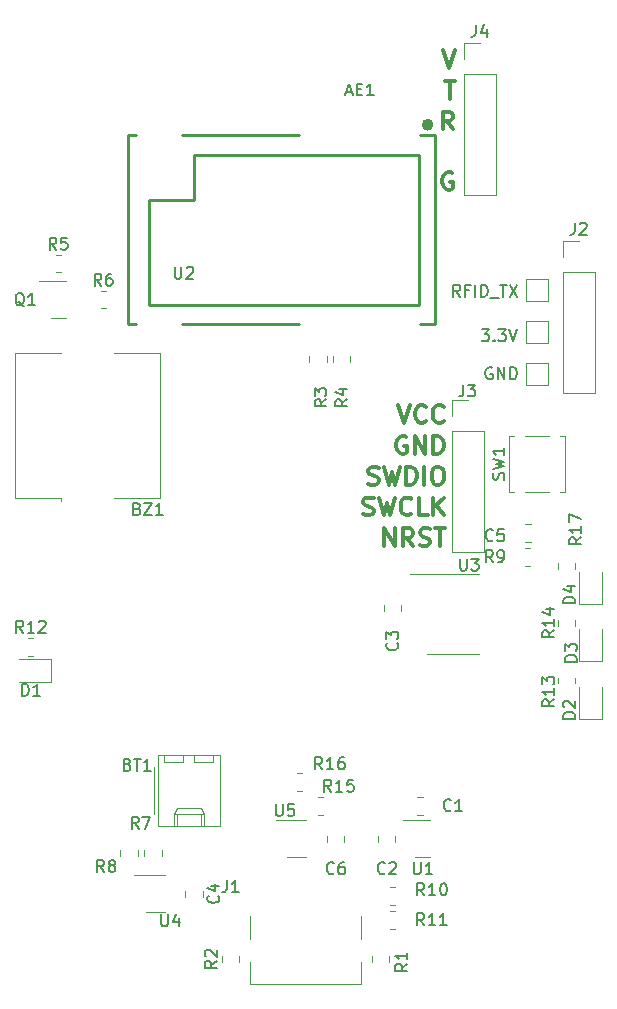
<source format=gbr>
%TF.GenerationSoftware,KiCad,Pcbnew,(6.0.4)*%
%TF.CreationDate,2022-04-29T23:06:03+08:00*%
%TF.ProjectId,RFID-mobileV_1_0,52464944-2d6d-46f6-9269-6c65565f315f,rev?*%
%TF.SameCoordinates,Original*%
%TF.FileFunction,Legend,Top*%
%TF.FilePolarity,Positive*%
%FSLAX46Y46*%
G04 Gerber Fmt 4.6, Leading zero omitted, Abs format (unit mm)*
G04 Created by KiCad (PCBNEW (6.0.4)) date 2022-04-29 23:06:03*
%MOMM*%
%LPD*%
G01*
G04 APERTURE LIST*
%ADD10C,0.300000*%
%ADD11C,0.150000*%
%ADD12C,0.120000*%
%ADD13C,0.254000*%
%ADD14C,0.500000*%
G04 APERTURE END LIST*
D10*
X101814286Y-101600000D02*
X101671429Y-101528571D01*
X101457143Y-101528571D01*
X101242857Y-101600000D01*
X101100000Y-101742857D01*
X101028571Y-101885714D01*
X100957143Y-102171428D01*
X100957143Y-102385714D01*
X101028571Y-102671428D01*
X101100000Y-102814285D01*
X101242857Y-102957142D01*
X101457143Y-103028571D01*
X101600000Y-103028571D01*
X101814286Y-102957142D01*
X101885714Y-102885714D01*
X101885714Y-102385714D01*
X101600000Y-102385714D01*
X101171428Y-93828571D02*
X102028571Y-93828571D01*
X101600000Y-95328571D02*
X101600000Y-93828571D01*
X101885714Y-97928571D02*
X101385714Y-97214285D01*
X101028571Y-97928571D02*
X101028571Y-96428571D01*
X101600000Y-96428571D01*
X101742857Y-96500000D01*
X101814286Y-96571428D01*
X101885714Y-96714285D01*
X101885714Y-96928571D01*
X101814286Y-97071428D01*
X101742857Y-97142857D01*
X101600000Y-97214285D01*
X101028571Y-97214285D01*
X101028572Y-91228571D02*
X101528572Y-92728571D01*
X102028572Y-91228571D01*
X97212142Y-121278571D02*
X97712142Y-122778571D01*
X98212142Y-121278571D01*
X99569285Y-122635714D02*
X99497857Y-122707142D01*
X99283571Y-122778571D01*
X99140714Y-122778571D01*
X98926428Y-122707142D01*
X98783571Y-122564285D01*
X98712142Y-122421428D01*
X98640714Y-122135714D01*
X98640714Y-121921428D01*
X98712142Y-121635714D01*
X98783571Y-121492857D01*
X98926428Y-121350000D01*
X99140714Y-121278571D01*
X99283571Y-121278571D01*
X99497857Y-121350000D01*
X99569285Y-121421428D01*
X101069285Y-122635714D02*
X100997857Y-122707142D01*
X100783571Y-122778571D01*
X100640714Y-122778571D01*
X100426428Y-122707142D01*
X100283571Y-122564285D01*
X100212142Y-122421428D01*
X100140714Y-122135714D01*
X100140714Y-121921428D01*
X100212142Y-121635714D01*
X100283571Y-121492857D01*
X100426428Y-121350000D01*
X100640714Y-121278571D01*
X100783571Y-121278571D01*
X100997857Y-121350000D01*
X101069285Y-121421428D01*
X97926428Y-123956250D02*
X97783571Y-123884821D01*
X97569285Y-123884821D01*
X97355000Y-123956250D01*
X97212142Y-124099107D01*
X97140714Y-124241964D01*
X97069285Y-124527678D01*
X97069285Y-124741964D01*
X97140714Y-125027678D01*
X97212142Y-125170535D01*
X97355000Y-125313392D01*
X97569285Y-125384821D01*
X97712142Y-125384821D01*
X97926428Y-125313392D01*
X97997857Y-125241964D01*
X97997857Y-124741964D01*
X97712142Y-124741964D01*
X98640714Y-125384821D02*
X98640714Y-123884821D01*
X99497857Y-125384821D01*
X99497857Y-123884821D01*
X100212142Y-125384821D02*
X100212142Y-123884821D01*
X100569285Y-123884821D01*
X100783571Y-123956250D01*
X100926428Y-124099107D01*
X100997857Y-124241964D01*
X101069285Y-124527678D01*
X101069285Y-124741964D01*
X100997857Y-125027678D01*
X100926428Y-125170535D01*
X100783571Y-125313392D01*
X100569285Y-125384821D01*
X100212142Y-125384821D01*
X94712142Y-127919642D02*
X94926428Y-127991071D01*
X95283571Y-127991071D01*
X95426428Y-127919642D01*
X95497857Y-127848214D01*
X95569285Y-127705357D01*
X95569285Y-127562500D01*
X95497857Y-127419642D01*
X95426428Y-127348214D01*
X95283571Y-127276785D01*
X94997857Y-127205357D01*
X94855000Y-127133928D01*
X94783571Y-127062500D01*
X94712142Y-126919642D01*
X94712142Y-126776785D01*
X94783571Y-126633928D01*
X94855000Y-126562500D01*
X94997857Y-126491071D01*
X95355000Y-126491071D01*
X95569285Y-126562500D01*
X96069285Y-126491071D02*
X96426428Y-127991071D01*
X96712142Y-126919642D01*
X96997857Y-127991071D01*
X97355000Y-126491071D01*
X97926428Y-127991071D02*
X97926428Y-126491071D01*
X98283571Y-126491071D01*
X98497857Y-126562500D01*
X98640714Y-126705357D01*
X98712142Y-126848214D01*
X98783571Y-127133928D01*
X98783571Y-127348214D01*
X98712142Y-127633928D01*
X98640714Y-127776785D01*
X98497857Y-127919642D01*
X98283571Y-127991071D01*
X97926428Y-127991071D01*
X99426428Y-127991071D02*
X99426428Y-126491071D01*
X100426428Y-126491071D02*
X100712142Y-126491071D01*
X100855000Y-126562500D01*
X100997857Y-126705357D01*
X101069285Y-126991071D01*
X101069285Y-127491071D01*
X100997857Y-127776785D01*
X100855000Y-127919642D01*
X100712142Y-127991071D01*
X100426428Y-127991071D01*
X100283571Y-127919642D01*
X100140714Y-127776785D01*
X100069285Y-127491071D01*
X100069285Y-126991071D01*
X100140714Y-126705357D01*
X100283571Y-126562500D01*
X100426428Y-126491071D01*
X94283571Y-130525892D02*
X94497857Y-130597321D01*
X94855000Y-130597321D01*
X94997857Y-130525892D01*
X95069285Y-130454464D01*
X95140714Y-130311607D01*
X95140714Y-130168750D01*
X95069285Y-130025892D01*
X94997857Y-129954464D01*
X94855000Y-129883035D01*
X94569285Y-129811607D01*
X94426428Y-129740178D01*
X94355000Y-129668750D01*
X94283571Y-129525892D01*
X94283571Y-129383035D01*
X94355000Y-129240178D01*
X94426428Y-129168750D01*
X94569285Y-129097321D01*
X94926428Y-129097321D01*
X95140714Y-129168750D01*
X95640714Y-129097321D02*
X95997857Y-130597321D01*
X96283571Y-129525892D01*
X96569285Y-130597321D01*
X96926428Y-129097321D01*
X98355000Y-130454464D02*
X98283571Y-130525892D01*
X98069285Y-130597321D01*
X97926428Y-130597321D01*
X97712142Y-130525892D01*
X97569285Y-130383035D01*
X97497857Y-130240178D01*
X97426428Y-129954464D01*
X97426428Y-129740178D01*
X97497857Y-129454464D01*
X97569285Y-129311607D01*
X97712142Y-129168750D01*
X97926428Y-129097321D01*
X98069285Y-129097321D01*
X98283571Y-129168750D01*
X98355000Y-129240178D01*
X99712142Y-130597321D02*
X98997857Y-130597321D01*
X98997857Y-129097321D01*
X100212142Y-130597321D02*
X100212142Y-129097321D01*
X101069285Y-130597321D02*
X100426428Y-129740178D01*
X101069285Y-129097321D02*
X100212142Y-129954464D01*
X96069285Y-133203571D02*
X96069285Y-131703571D01*
X96926428Y-133203571D01*
X96926428Y-131703571D01*
X98497857Y-133203571D02*
X97997857Y-132489285D01*
X97640714Y-133203571D02*
X97640714Y-131703571D01*
X98212142Y-131703571D01*
X98355000Y-131775000D01*
X98426428Y-131846428D01*
X98497857Y-131989285D01*
X98497857Y-132203571D01*
X98426428Y-132346428D01*
X98355000Y-132417857D01*
X98212142Y-132489285D01*
X97640714Y-132489285D01*
X99069285Y-133132142D02*
X99283571Y-133203571D01*
X99640714Y-133203571D01*
X99783571Y-133132142D01*
X99855000Y-133060714D01*
X99926428Y-132917857D01*
X99926428Y-132775000D01*
X99855000Y-132632142D01*
X99783571Y-132560714D01*
X99640714Y-132489285D01*
X99355000Y-132417857D01*
X99212142Y-132346428D01*
X99140714Y-132275000D01*
X99069285Y-132132142D01*
X99069285Y-131989285D01*
X99140714Y-131846428D01*
X99212142Y-131775000D01*
X99355000Y-131703571D01*
X99712142Y-131703571D01*
X99926428Y-131775000D01*
X100355000Y-131703571D02*
X101212142Y-131703571D01*
X100783571Y-133203571D02*
X100783571Y-131703571D01*
D11*
%TO.C,D1*%
X65380404Y-145866380D02*
X65380404Y-144866380D01*
X65618500Y-144866380D01*
X65761357Y-144914000D01*
X65856595Y-145009238D01*
X65904214Y-145104476D01*
X65951833Y-145294952D01*
X65951833Y-145437809D01*
X65904214Y-145628285D01*
X65856595Y-145723523D01*
X65761357Y-145818761D01*
X65618500Y-145866380D01*
X65380404Y-145866380D01*
X66904214Y-145866380D02*
X66332785Y-145866380D01*
X66618500Y-145866380D02*
X66618500Y-144866380D01*
X66523261Y-145009238D01*
X66428023Y-145104476D01*
X66332785Y-145152095D01*
%TO.C,R12*%
X65475642Y-140534380D02*
X65142309Y-140058190D01*
X64904214Y-140534380D02*
X64904214Y-139534380D01*
X65285166Y-139534380D01*
X65380404Y-139582000D01*
X65428023Y-139629619D01*
X65475642Y-139724857D01*
X65475642Y-139867714D01*
X65428023Y-139962952D01*
X65380404Y-140010571D01*
X65285166Y-140058190D01*
X64904214Y-140058190D01*
X66428023Y-140534380D02*
X65856595Y-140534380D01*
X66142309Y-140534380D02*
X66142309Y-139534380D01*
X66047071Y-139677238D01*
X65951833Y-139772476D01*
X65856595Y-139820095D01*
X66808976Y-139629619D02*
X66856595Y-139582000D01*
X66951833Y-139534380D01*
X67189928Y-139534380D01*
X67285166Y-139582000D01*
X67332785Y-139629619D01*
X67380404Y-139724857D01*
X67380404Y-139820095D01*
X67332785Y-139962952D01*
X66761357Y-140534380D01*
X67380404Y-140534380D01*
%TO.C,U1*%
X98552095Y-159980380D02*
X98552095Y-160789904D01*
X98599714Y-160885142D01*
X98647333Y-160932761D01*
X98742571Y-160980380D01*
X98933047Y-160980380D01*
X99028285Y-160932761D01*
X99075904Y-160885142D01*
X99123523Y-160789904D01*
X99123523Y-159980380D01*
X100123523Y-160980380D02*
X99552095Y-160980380D01*
X99837809Y-160980380D02*
X99837809Y-159980380D01*
X99742571Y-160123238D01*
X99647333Y-160218476D01*
X99552095Y-160266095D01*
%TO.C,R4*%
X92908380Y-120791266D02*
X92432190Y-121124600D01*
X92908380Y-121362695D02*
X91908380Y-121362695D01*
X91908380Y-120981742D01*
X91956000Y-120886504D01*
X92003619Y-120838885D01*
X92098857Y-120791266D01*
X92241714Y-120791266D01*
X92336952Y-120838885D01*
X92384571Y-120886504D01*
X92432190Y-120981742D01*
X92432190Y-121362695D01*
X92241714Y-119934123D02*
X92908380Y-119934123D01*
X91860761Y-120172219D02*
X92575047Y-120410314D01*
X92575047Y-119791266D01*
%TO.C,R14*%
X110434380Y-140342857D02*
X109958190Y-140676190D01*
X110434380Y-140914285D02*
X109434380Y-140914285D01*
X109434380Y-140533333D01*
X109482000Y-140438095D01*
X109529619Y-140390476D01*
X109624857Y-140342857D01*
X109767714Y-140342857D01*
X109862952Y-140390476D01*
X109910571Y-140438095D01*
X109958190Y-140533333D01*
X109958190Y-140914285D01*
X110434380Y-139390476D02*
X110434380Y-139961904D01*
X110434380Y-139676190D02*
X109434380Y-139676190D01*
X109577238Y-139771428D01*
X109672476Y-139866666D01*
X109720095Y-139961904D01*
X109767714Y-138533333D02*
X110434380Y-138533333D01*
X109386761Y-138771428D02*
X110101047Y-139009523D01*
X110101047Y-138390476D01*
%TO.C,R7*%
X75245933Y-157119580D02*
X74912600Y-156643390D01*
X74674504Y-157119580D02*
X74674504Y-156119580D01*
X75055457Y-156119580D01*
X75150695Y-156167200D01*
X75198314Y-156214819D01*
X75245933Y-156310057D01*
X75245933Y-156452914D01*
X75198314Y-156548152D01*
X75150695Y-156595771D01*
X75055457Y-156643390D01*
X74674504Y-156643390D01*
X75579266Y-156119580D02*
X76245933Y-156119580D01*
X75817361Y-157119580D01*
%TO.C,TP3*%
X105181495Y-118118000D02*
X105086257Y-118070380D01*
X104943400Y-118070380D01*
X104800542Y-118118000D01*
X104705304Y-118213238D01*
X104657685Y-118308476D01*
X104610066Y-118498952D01*
X104610066Y-118641809D01*
X104657685Y-118832285D01*
X104705304Y-118927523D01*
X104800542Y-119022761D01*
X104943400Y-119070380D01*
X105038638Y-119070380D01*
X105181495Y-119022761D01*
X105229114Y-118975142D01*
X105229114Y-118641809D01*
X105038638Y-118641809D01*
X105657685Y-119070380D02*
X105657685Y-118070380D01*
X106229114Y-119070380D01*
X106229114Y-118070380D01*
X106705304Y-119070380D02*
X106705304Y-118070380D01*
X106943400Y-118070380D01*
X107086257Y-118118000D01*
X107181495Y-118213238D01*
X107229114Y-118308476D01*
X107276733Y-118498952D01*
X107276733Y-118641809D01*
X107229114Y-118832285D01*
X107181495Y-118927523D01*
X107086257Y-119022761D01*
X106943400Y-119070380D01*
X106705304Y-119070380D01*
%TO.C,J1*%
X82724666Y-161504380D02*
X82724666Y-162218666D01*
X82677047Y-162361523D01*
X82581809Y-162456761D01*
X82438952Y-162504380D01*
X82343714Y-162504380D01*
X83724666Y-162504380D02*
X83153238Y-162504380D01*
X83438952Y-162504380D02*
X83438952Y-161504380D01*
X83343714Y-161647238D01*
X83248476Y-161742476D01*
X83153238Y-161790095D01*
%TO.C,R2*%
X81860380Y-168314666D02*
X81384190Y-168648000D01*
X81860380Y-168886095D02*
X80860380Y-168886095D01*
X80860380Y-168505142D01*
X80908000Y-168409904D01*
X80955619Y-168362285D01*
X81050857Y-168314666D01*
X81193714Y-168314666D01*
X81288952Y-168362285D01*
X81336571Y-168409904D01*
X81384190Y-168505142D01*
X81384190Y-168886095D01*
X80955619Y-167933714D02*
X80908000Y-167886095D01*
X80860380Y-167790857D01*
X80860380Y-167552761D01*
X80908000Y-167457523D01*
X80955619Y-167409904D01*
X81050857Y-167362285D01*
X81146095Y-167362285D01*
X81288952Y-167409904D01*
X81860380Y-167981333D01*
X81860380Y-167362285D01*
%TO.C,D4*%
X112212380Y-138050495D02*
X111212380Y-138050495D01*
X111212380Y-137812400D01*
X111260000Y-137669542D01*
X111355238Y-137574304D01*
X111450476Y-137526685D01*
X111640952Y-137479066D01*
X111783809Y-137479066D01*
X111974285Y-137526685D01*
X112069523Y-137574304D01*
X112164761Y-137669542D01*
X112212380Y-137812400D01*
X112212380Y-138050495D01*
X111545714Y-136621923D02*
X112212380Y-136621923D01*
X111164761Y-136860019D02*
X111879047Y-137098114D01*
X111879047Y-136479066D01*
%TO.C,SW1*%
X106170761Y-127571333D02*
X106218380Y-127428476D01*
X106218380Y-127190380D01*
X106170761Y-127095142D01*
X106123142Y-127047523D01*
X106027904Y-126999904D01*
X105932666Y-126999904D01*
X105837428Y-127047523D01*
X105789809Y-127095142D01*
X105742190Y-127190380D01*
X105694571Y-127380857D01*
X105646952Y-127476095D01*
X105599333Y-127523714D01*
X105504095Y-127571333D01*
X105408857Y-127571333D01*
X105313619Y-127523714D01*
X105266000Y-127476095D01*
X105218380Y-127380857D01*
X105218380Y-127142761D01*
X105266000Y-126999904D01*
X105218380Y-126666571D02*
X106218380Y-126428476D01*
X105504095Y-126238000D01*
X106218380Y-126047523D01*
X105218380Y-125809428D01*
X106218380Y-124904666D02*
X106218380Y-125476095D01*
X106218380Y-125190380D02*
X105218380Y-125190380D01*
X105361238Y-125285619D01*
X105456476Y-125380857D01*
X105504095Y-125476095D01*
%TO.C,R1*%
X97988380Y-168568666D02*
X97512190Y-168902000D01*
X97988380Y-169140095D02*
X96988380Y-169140095D01*
X96988380Y-168759142D01*
X97036000Y-168663904D01*
X97083619Y-168616285D01*
X97178857Y-168568666D01*
X97321714Y-168568666D01*
X97416952Y-168616285D01*
X97464571Y-168663904D01*
X97512190Y-168759142D01*
X97512190Y-169140095D01*
X97988380Y-167616285D02*
X97988380Y-168187714D01*
X97988380Y-167902000D02*
X96988380Y-167902000D01*
X97131238Y-167997238D01*
X97226476Y-168092476D01*
X97274095Y-168187714D01*
%TO.C,BZ1*%
X75141247Y-130040771D02*
X75284104Y-130088390D01*
X75331723Y-130136009D01*
X75379342Y-130231247D01*
X75379342Y-130374104D01*
X75331723Y-130469342D01*
X75284104Y-130516961D01*
X75188866Y-130564580D01*
X74807914Y-130564580D01*
X74807914Y-129564580D01*
X75141247Y-129564580D01*
X75236485Y-129612200D01*
X75284104Y-129659819D01*
X75331723Y-129755057D01*
X75331723Y-129850295D01*
X75284104Y-129945533D01*
X75236485Y-129993152D01*
X75141247Y-130040771D01*
X74807914Y-130040771D01*
X75712676Y-129564580D02*
X76379342Y-129564580D01*
X75712676Y-130564580D01*
X76379342Y-130564580D01*
X77284104Y-130564580D02*
X76712676Y-130564580D01*
X76998390Y-130564580D02*
X76998390Y-129564580D01*
X76903152Y-129707438D01*
X76807914Y-129802676D01*
X76712676Y-129850295D01*
%TO.C,U2*%
X78310095Y-109551380D02*
X78310095Y-110360904D01*
X78357714Y-110456142D01*
X78405333Y-110503761D01*
X78500571Y-110551380D01*
X78691047Y-110551380D01*
X78786285Y-110503761D01*
X78833904Y-110456142D01*
X78881523Y-110360904D01*
X78881523Y-109551380D01*
X79310095Y-109646619D02*
X79357714Y-109599000D01*
X79452952Y-109551380D01*
X79691047Y-109551380D01*
X79786285Y-109599000D01*
X79833904Y-109646619D01*
X79881523Y-109741857D01*
X79881523Y-109837095D01*
X79833904Y-109979952D01*
X79262476Y-110551380D01*
X79881523Y-110551380D01*
%TO.C,C5*%
X105243333Y-132691142D02*
X105195714Y-132738761D01*
X105052857Y-132786380D01*
X104957619Y-132786380D01*
X104814761Y-132738761D01*
X104719523Y-132643523D01*
X104671904Y-132548285D01*
X104624285Y-132357809D01*
X104624285Y-132214952D01*
X104671904Y-132024476D01*
X104719523Y-131929238D01*
X104814761Y-131834000D01*
X104957619Y-131786380D01*
X105052857Y-131786380D01*
X105195714Y-131834000D01*
X105243333Y-131881619D01*
X106148095Y-131786380D02*
X105671904Y-131786380D01*
X105624285Y-132262571D01*
X105671904Y-132214952D01*
X105767142Y-132167333D01*
X106005238Y-132167333D01*
X106100476Y-132214952D01*
X106148095Y-132262571D01*
X106195714Y-132357809D01*
X106195714Y-132595904D01*
X106148095Y-132691142D01*
X106100476Y-132738761D01*
X106005238Y-132786380D01*
X105767142Y-132786380D01*
X105671904Y-132738761D01*
X105624285Y-132691142D01*
%TO.C,R17*%
X112720380Y-132468857D02*
X112244190Y-132802190D01*
X112720380Y-133040285D02*
X111720380Y-133040285D01*
X111720380Y-132659333D01*
X111768000Y-132564095D01*
X111815619Y-132516476D01*
X111910857Y-132468857D01*
X112053714Y-132468857D01*
X112148952Y-132516476D01*
X112196571Y-132564095D01*
X112244190Y-132659333D01*
X112244190Y-133040285D01*
X112720380Y-131516476D02*
X112720380Y-132087904D01*
X112720380Y-131802190D02*
X111720380Y-131802190D01*
X111863238Y-131897428D01*
X111958476Y-131992666D01*
X112006095Y-132087904D01*
X111720380Y-131183142D02*
X111720380Y-130516476D01*
X112720380Y-130945047D01*
%TO.C,BT1*%
X74322085Y-151693571D02*
X74464942Y-151741190D01*
X74512561Y-151788809D01*
X74560180Y-151884047D01*
X74560180Y-152026904D01*
X74512561Y-152122142D01*
X74464942Y-152169761D01*
X74369704Y-152217380D01*
X73988752Y-152217380D01*
X73988752Y-151217380D01*
X74322085Y-151217380D01*
X74417323Y-151265000D01*
X74464942Y-151312619D01*
X74512561Y-151407857D01*
X74512561Y-151503095D01*
X74464942Y-151598333D01*
X74417323Y-151645952D01*
X74322085Y-151693571D01*
X73988752Y-151693571D01*
X74845895Y-151217380D02*
X75417323Y-151217380D01*
X75131609Y-152217380D02*
X75131609Y-151217380D01*
X76274466Y-152217380D02*
X75703038Y-152217380D01*
X75988752Y-152217380D02*
X75988752Y-151217380D01*
X75893514Y-151360238D01*
X75798276Y-151455476D01*
X75703038Y-151503095D01*
%TO.C,R3*%
X91155780Y-120791266D02*
X90679590Y-121124600D01*
X91155780Y-121362695D02*
X90155780Y-121362695D01*
X90155780Y-120981742D01*
X90203400Y-120886504D01*
X90251019Y-120838885D01*
X90346257Y-120791266D01*
X90489114Y-120791266D01*
X90584352Y-120838885D01*
X90631971Y-120886504D01*
X90679590Y-120981742D01*
X90679590Y-121362695D01*
X90155780Y-120457933D02*
X90155780Y-119838885D01*
X90536733Y-120172219D01*
X90536733Y-120029361D01*
X90584352Y-119934123D01*
X90631971Y-119886504D01*
X90727209Y-119838885D01*
X90965304Y-119838885D01*
X91060542Y-119886504D01*
X91108161Y-119934123D01*
X91155780Y-120029361D01*
X91155780Y-120315076D01*
X91108161Y-120410314D01*
X91060542Y-120457933D01*
%TO.C,J3*%
X102741666Y-119527380D02*
X102741666Y-120241666D01*
X102694047Y-120384523D01*
X102598809Y-120479761D01*
X102455952Y-120527380D01*
X102360714Y-120527380D01*
X103122619Y-119527380D02*
X103741666Y-119527380D01*
X103408333Y-119908333D01*
X103551190Y-119908333D01*
X103646428Y-119955952D01*
X103694047Y-120003571D01*
X103741666Y-120098809D01*
X103741666Y-120336904D01*
X103694047Y-120432142D01*
X103646428Y-120479761D01*
X103551190Y-120527380D01*
X103265476Y-120527380D01*
X103170238Y-120479761D01*
X103122619Y-120432142D01*
%TO.C,R9*%
X105243333Y-134564380D02*
X104910000Y-134088190D01*
X104671904Y-134564380D02*
X104671904Y-133564380D01*
X105052857Y-133564380D01*
X105148095Y-133612000D01*
X105195714Y-133659619D01*
X105243333Y-133754857D01*
X105243333Y-133897714D01*
X105195714Y-133992952D01*
X105148095Y-134040571D01*
X105052857Y-134088190D01*
X104671904Y-134088190D01*
X105719523Y-134564380D02*
X105910000Y-134564380D01*
X106005238Y-134516761D01*
X106052857Y-134469142D01*
X106148095Y-134326285D01*
X106195714Y-134135809D01*
X106195714Y-133754857D01*
X106148095Y-133659619D01*
X106100476Y-133612000D01*
X106005238Y-133564380D01*
X105814761Y-133564380D01*
X105719523Y-133612000D01*
X105671904Y-133659619D01*
X105624285Y-133754857D01*
X105624285Y-133992952D01*
X105671904Y-134088190D01*
X105719523Y-134135809D01*
X105814761Y-134183428D01*
X106005238Y-134183428D01*
X106100476Y-134135809D01*
X106148095Y-134088190D01*
X106195714Y-133992952D01*
%TO.C,R5*%
X68288233Y-108098580D02*
X67954900Y-107622390D01*
X67716804Y-108098580D02*
X67716804Y-107098580D01*
X68097757Y-107098580D01*
X68192995Y-107146200D01*
X68240614Y-107193819D01*
X68288233Y-107289057D01*
X68288233Y-107431914D01*
X68240614Y-107527152D01*
X68192995Y-107574771D01*
X68097757Y-107622390D01*
X67716804Y-107622390D01*
X69192995Y-107098580D02*
X68716804Y-107098580D01*
X68669185Y-107574771D01*
X68716804Y-107527152D01*
X68812042Y-107479533D01*
X69050138Y-107479533D01*
X69145376Y-107527152D01*
X69192995Y-107574771D01*
X69240614Y-107670009D01*
X69240614Y-107908104D01*
X69192995Y-108003342D01*
X69145376Y-108050961D01*
X69050138Y-108098580D01*
X68812042Y-108098580D01*
X68716804Y-108050961D01*
X68669185Y-108003342D01*
%TO.C,R11*%
X99433142Y-165298380D02*
X99099809Y-164822190D01*
X98861714Y-165298380D02*
X98861714Y-164298380D01*
X99242666Y-164298380D01*
X99337904Y-164346000D01*
X99385523Y-164393619D01*
X99433142Y-164488857D01*
X99433142Y-164631714D01*
X99385523Y-164726952D01*
X99337904Y-164774571D01*
X99242666Y-164822190D01*
X98861714Y-164822190D01*
X100385523Y-165298380D02*
X99814095Y-165298380D01*
X100099809Y-165298380D02*
X100099809Y-164298380D01*
X100004571Y-164441238D01*
X99909333Y-164536476D01*
X99814095Y-164584095D01*
X101337904Y-165298380D02*
X100766476Y-165298380D01*
X101052190Y-165298380D02*
X101052190Y-164298380D01*
X100956952Y-164441238D01*
X100861714Y-164536476D01*
X100766476Y-164584095D01*
%TO.C,R8*%
X72324933Y-160777180D02*
X71991600Y-160300990D01*
X71753504Y-160777180D02*
X71753504Y-159777180D01*
X72134457Y-159777180D01*
X72229695Y-159824800D01*
X72277314Y-159872419D01*
X72324933Y-159967657D01*
X72324933Y-160110514D01*
X72277314Y-160205752D01*
X72229695Y-160253371D01*
X72134457Y-160300990D01*
X71753504Y-160300990D01*
X72896361Y-160205752D02*
X72801123Y-160158133D01*
X72753504Y-160110514D01*
X72705885Y-160015276D01*
X72705885Y-159967657D01*
X72753504Y-159872419D01*
X72801123Y-159824800D01*
X72896361Y-159777180D01*
X73086838Y-159777180D01*
X73182076Y-159824800D01*
X73229695Y-159872419D01*
X73277314Y-159967657D01*
X73277314Y-160015276D01*
X73229695Y-160110514D01*
X73182076Y-160158133D01*
X73086838Y-160205752D01*
X72896361Y-160205752D01*
X72801123Y-160253371D01*
X72753504Y-160300990D01*
X72705885Y-160396228D01*
X72705885Y-160586704D01*
X72753504Y-160681942D01*
X72801123Y-160729561D01*
X72896361Y-160777180D01*
X73086838Y-160777180D01*
X73182076Y-160729561D01*
X73229695Y-160681942D01*
X73277314Y-160586704D01*
X73277314Y-160396228D01*
X73229695Y-160300990D01*
X73182076Y-160253371D01*
X73086838Y-160205752D01*
%TO.C,Q1*%
X65565661Y-112891819D02*
X65470423Y-112844200D01*
X65375185Y-112748961D01*
X65232328Y-112606104D01*
X65137090Y-112558485D01*
X65041852Y-112558485D01*
X65089471Y-112796580D02*
X64994233Y-112748961D01*
X64898995Y-112653723D01*
X64851376Y-112463247D01*
X64851376Y-112129914D01*
X64898995Y-111939438D01*
X64994233Y-111844200D01*
X65089471Y-111796580D01*
X65279947Y-111796580D01*
X65375185Y-111844200D01*
X65470423Y-111939438D01*
X65518042Y-112129914D01*
X65518042Y-112463247D01*
X65470423Y-112653723D01*
X65375185Y-112748961D01*
X65279947Y-112796580D01*
X65089471Y-112796580D01*
X66470423Y-112796580D02*
X65898995Y-112796580D01*
X66184709Y-112796580D02*
X66184709Y-111796580D01*
X66089471Y-111939438D01*
X65994233Y-112034676D01*
X65898995Y-112082295D01*
%TO.C,R15*%
X91559142Y-153996380D02*
X91225809Y-153520190D01*
X90987714Y-153996380D02*
X90987714Y-152996380D01*
X91368666Y-152996380D01*
X91463904Y-153044000D01*
X91511523Y-153091619D01*
X91559142Y-153186857D01*
X91559142Y-153329714D01*
X91511523Y-153424952D01*
X91463904Y-153472571D01*
X91368666Y-153520190D01*
X90987714Y-153520190D01*
X92511523Y-153996380D02*
X91940095Y-153996380D01*
X92225809Y-153996380D02*
X92225809Y-152996380D01*
X92130571Y-153139238D01*
X92035333Y-153234476D01*
X91940095Y-153282095D01*
X93416285Y-152996380D02*
X92940095Y-152996380D01*
X92892476Y-153472571D01*
X92940095Y-153424952D01*
X93035333Y-153377333D01*
X93273428Y-153377333D01*
X93368666Y-153424952D01*
X93416285Y-153472571D01*
X93463904Y-153567809D01*
X93463904Y-153805904D01*
X93416285Y-153901142D01*
X93368666Y-153948761D01*
X93273428Y-153996380D01*
X93035333Y-153996380D01*
X92940095Y-153948761D01*
X92892476Y-153901142D01*
%TO.C,R16*%
X90797142Y-152090380D02*
X90463809Y-151614190D01*
X90225714Y-152090380D02*
X90225714Y-151090380D01*
X90606666Y-151090380D01*
X90701904Y-151138000D01*
X90749523Y-151185619D01*
X90797142Y-151280857D01*
X90797142Y-151423714D01*
X90749523Y-151518952D01*
X90701904Y-151566571D01*
X90606666Y-151614190D01*
X90225714Y-151614190D01*
X91749523Y-152090380D02*
X91178095Y-152090380D01*
X91463809Y-152090380D02*
X91463809Y-151090380D01*
X91368571Y-151233238D01*
X91273333Y-151328476D01*
X91178095Y-151376095D01*
X92606666Y-151090380D02*
X92416190Y-151090380D01*
X92320952Y-151138000D01*
X92273333Y-151185619D01*
X92178095Y-151328476D01*
X92130476Y-151518952D01*
X92130476Y-151899904D01*
X92178095Y-151995142D01*
X92225714Y-152042761D01*
X92320952Y-152090380D01*
X92511428Y-152090380D01*
X92606666Y-152042761D01*
X92654285Y-151995142D01*
X92701904Y-151899904D01*
X92701904Y-151661809D01*
X92654285Y-151566571D01*
X92606666Y-151518952D01*
X92511428Y-151471333D01*
X92320952Y-151471333D01*
X92225714Y-151518952D01*
X92178095Y-151566571D01*
X92130476Y-151661809D01*
%TO.C,TP2*%
X104289409Y-114844580D02*
X104908457Y-114844580D01*
X104575123Y-115225533D01*
X104717980Y-115225533D01*
X104813219Y-115273152D01*
X104860838Y-115320771D01*
X104908457Y-115416009D01*
X104908457Y-115654104D01*
X104860838Y-115749342D01*
X104813219Y-115796961D01*
X104717980Y-115844580D01*
X104432266Y-115844580D01*
X104337028Y-115796961D01*
X104289409Y-115749342D01*
X105337028Y-115749342D02*
X105384647Y-115796961D01*
X105337028Y-115844580D01*
X105289409Y-115796961D01*
X105337028Y-115749342D01*
X105337028Y-115844580D01*
X105717980Y-114844580D02*
X106337028Y-114844580D01*
X106003695Y-115225533D01*
X106146552Y-115225533D01*
X106241790Y-115273152D01*
X106289409Y-115320771D01*
X106337028Y-115416009D01*
X106337028Y-115654104D01*
X106289409Y-115749342D01*
X106241790Y-115796961D01*
X106146552Y-115844580D01*
X105860838Y-115844580D01*
X105765600Y-115796961D01*
X105717980Y-115749342D01*
X106622742Y-114844580D02*
X106956076Y-115844580D01*
X107289409Y-114844580D01*
%TO.C,TP1*%
X102471500Y-112085380D02*
X102138166Y-111609190D01*
X101900071Y-112085380D02*
X101900071Y-111085380D01*
X102281023Y-111085380D01*
X102376261Y-111133000D01*
X102423880Y-111180619D01*
X102471500Y-111275857D01*
X102471500Y-111418714D01*
X102423880Y-111513952D01*
X102376261Y-111561571D01*
X102281023Y-111609190D01*
X101900071Y-111609190D01*
X103233404Y-111561571D02*
X102900071Y-111561571D01*
X102900071Y-112085380D02*
X102900071Y-111085380D01*
X103376261Y-111085380D01*
X103757214Y-112085380D02*
X103757214Y-111085380D01*
X104233404Y-112085380D02*
X104233404Y-111085380D01*
X104471500Y-111085380D01*
X104614357Y-111133000D01*
X104709595Y-111228238D01*
X104757214Y-111323476D01*
X104804833Y-111513952D01*
X104804833Y-111656809D01*
X104757214Y-111847285D01*
X104709595Y-111942523D01*
X104614357Y-112037761D01*
X104471500Y-112085380D01*
X104233404Y-112085380D01*
X104995309Y-112180619D02*
X105757214Y-112180619D01*
X105852452Y-111085380D02*
X106423880Y-111085380D01*
X106138166Y-112085380D02*
X106138166Y-111085380D01*
X106661976Y-111085380D02*
X107328642Y-112085380D01*
X107328642Y-111085380D02*
X106661976Y-112085380D01*
%TO.C,C4*%
X81988042Y-162802866D02*
X82035661Y-162850485D01*
X82083280Y-162993342D01*
X82083280Y-163088580D01*
X82035661Y-163231438D01*
X81940423Y-163326676D01*
X81845185Y-163374295D01*
X81654709Y-163421914D01*
X81511852Y-163421914D01*
X81321376Y-163374295D01*
X81226138Y-163326676D01*
X81130900Y-163231438D01*
X81083280Y-163088580D01*
X81083280Y-162993342D01*
X81130900Y-162850485D01*
X81178519Y-162802866D01*
X81416614Y-161945723D02*
X82083280Y-161945723D01*
X81035661Y-162183819D02*
X81749947Y-162421914D01*
X81749947Y-161802866D01*
%TO.C,U4*%
X77156995Y-164374580D02*
X77156995Y-165184104D01*
X77204614Y-165279342D01*
X77252233Y-165326961D01*
X77347471Y-165374580D01*
X77537947Y-165374580D01*
X77633185Y-165326961D01*
X77680804Y-165279342D01*
X77728423Y-165184104D01*
X77728423Y-164374580D01*
X78633185Y-164707914D02*
X78633185Y-165374580D01*
X78395090Y-164326961D02*
X78156995Y-165041247D01*
X78776042Y-165041247D01*
%TO.C,C2*%
X96099333Y-160885142D02*
X96051714Y-160932761D01*
X95908857Y-160980380D01*
X95813619Y-160980380D01*
X95670761Y-160932761D01*
X95575523Y-160837523D01*
X95527904Y-160742285D01*
X95480285Y-160551809D01*
X95480285Y-160408952D01*
X95527904Y-160218476D01*
X95575523Y-160123238D01*
X95670761Y-160028000D01*
X95813619Y-159980380D01*
X95908857Y-159980380D01*
X96051714Y-160028000D01*
X96099333Y-160075619D01*
X96480285Y-160075619D02*
X96527904Y-160028000D01*
X96623142Y-159980380D01*
X96861238Y-159980380D01*
X96956476Y-160028000D01*
X97004095Y-160075619D01*
X97051714Y-160170857D01*
X97051714Y-160266095D01*
X97004095Y-160408952D01*
X96432666Y-160980380D01*
X97051714Y-160980380D01*
%TO.C,R13*%
X110434380Y-146184857D02*
X109958190Y-146518190D01*
X110434380Y-146756285D02*
X109434380Y-146756285D01*
X109434380Y-146375333D01*
X109482000Y-146280095D01*
X109529619Y-146232476D01*
X109624857Y-146184857D01*
X109767714Y-146184857D01*
X109862952Y-146232476D01*
X109910571Y-146280095D01*
X109958190Y-146375333D01*
X109958190Y-146756285D01*
X110434380Y-145232476D02*
X110434380Y-145803904D01*
X110434380Y-145518190D02*
X109434380Y-145518190D01*
X109577238Y-145613428D01*
X109672476Y-145708666D01*
X109720095Y-145803904D01*
X109434380Y-144899142D02*
X109434380Y-144280095D01*
X109815333Y-144613428D01*
X109815333Y-144470571D01*
X109862952Y-144375333D01*
X109910571Y-144327714D01*
X110005809Y-144280095D01*
X110243904Y-144280095D01*
X110339142Y-144327714D01*
X110386761Y-144375333D01*
X110434380Y-144470571D01*
X110434380Y-144756285D01*
X110386761Y-144851523D01*
X110339142Y-144899142D01*
%TO.C,R10*%
X99433142Y-162758380D02*
X99099809Y-162282190D01*
X98861714Y-162758380D02*
X98861714Y-161758380D01*
X99242666Y-161758380D01*
X99337904Y-161806000D01*
X99385523Y-161853619D01*
X99433142Y-161948857D01*
X99433142Y-162091714D01*
X99385523Y-162186952D01*
X99337904Y-162234571D01*
X99242666Y-162282190D01*
X98861714Y-162282190D01*
X100385523Y-162758380D02*
X99814095Y-162758380D01*
X100099809Y-162758380D02*
X100099809Y-161758380D01*
X100004571Y-161901238D01*
X99909333Y-161996476D01*
X99814095Y-162044095D01*
X101004571Y-161758380D02*
X101099809Y-161758380D01*
X101195047Y-161806000D01*
X101242666Y-161853619D01*
X101290285Y-161948857D01*
X101337904Y-162139333D01*
X101337904Y-162377428D01*
X101290285Y-162567904D01*
X101242666Y-162663142D01*
X101195047Y-162710761D01*
X101099809Y-162758380D01*
X101004571Y-162758380D01*
X100909333Y-162710761D01*
X100861714Y-162663142D01*
X100814095Y-162567904D01*
X100766476Y-162377428D01*
X100766476Y-162139333D01*
X100814095Y-161948857D01*
X100861714Y-161853619D01*
X100909333Y-161806000D01*
X101004571Y-161758380D01*
%TO.C,U5*%
X86868095Y-155040380D02*
X86868095Y-155849904D01*
X86915714Y-155945142D01*
X86963333Y-155992761D01*
X87058571Y-156040380D01*
X87249047Y-156040380D01*
X87344285Y-155992761D01*
X87391904Y-155945142D01*
X87439523Y-155849904D01*
X87439523Y-155040380D01*
X88391904Y-155040380D02*
X87915714Y-155040380D01*
X87868095Y-155516571D01*
X87915714Y-155468952D01*
X88010952Y-155421333D01*
X88249047Y-155421333D01*
X88344285Y-155468952D01*
X88391904Y-155516571D01*
X88439523Y-155611809D01*
X88439523Y-155849904D01*
X88391904Y-155945142D01*
X88344285Y-155992761D01*
X88249047Y-156040380D01*
X88010952Y-156040380D01*
X87915714Y-155992761D01*
X87868095Y-155945142D01*
%TO.C,J4*%
X103806666Y-89070380D02*
X103806666Y-89784666D01*
X103759047Y-89927523D01*
X103663809Y-90022761D01*
X103520952Y-90070380D01*
X103425714Y-90070380D01*
X104711428Y-89403714D02*
X104711428Y-90070380D01*
X104473333Y-89022761D02*
X104235238Y-89737047D01*
X104854285Y-89737047D01*
%TO.C,R6*%
X72098233Y-111146580D02*
X71764900Y-110670390D01*
X71526804Y-111146580D02*
X71526804Y-110146580D01*
X71907757Y-110146580D01*
X72002995Y-110194200D01*
X72050614Y-110241819D01*
X72098233Y-110337057D01*
X72098233Y-110479914D01*
X72050614Y-110575152D01*
X72002995Y-110622771D01*
X71907757Y-110670390D01*
X71526804Y-110670390D01*
X72955376Y-110146580D02*
X72764900Y-110146580D01*
X72669661Y-110194200D01*
X72622042Y-110241819D01*
X72526804Y-110384676D01*
X72479185Y-110575152D01*
X72479185Y-110956104D01*
X72526804Y-111051342D01*
X72574423Y-111098961D01*
X72669661Y-111146580D01*
X72860138Y-111146580D01*
X72955376Y-111098961D01*
X73002995Y-111051342D01*
X73050614Y-110956104D01*
X73050614Y-110718009D01*
X73002995Y-110622771D01*
X72955376Y-110575152D01*
X72860138Y-110527533D01*
X72669661Y-110527533D01*
X72574423Y-110575152D01*
X72526804Y-110622771D01*
X72479185Y-110718009D01*
%TO.C,AE1*%
X92813333Y-94756266D02*
X93289523Y-94756266D01*
X92718095Y-95041980D02*
X93051428Y-94041980D01*
X93384761Y-95041980D01*
X93718095Y-94518171D02*
X94051428Y-94518171D01*
X94194285Y-95041980D02*
X93718095Y-95041980D01*
X93718095Y-94041980D01*
X94194285Y-94041980D01*
X95146666Y-95041980D02*
X94575238Y-95041980D01*
X94860952Y-95041980D02*
X94860952Y-94041980D01*
X94765714Y-94184838D01*
X94670476Y-94280076D01*
X94575238Y-94327695D01*
%TO.C,J2*%
X112188666Y-105839380D02*
X112188666Y-106553666D01*
X112141047Y-106696523D01*
X112045809Y-106791761D01*
X111902952Y-106839380D01*
X111807714Y-106839380D01*
X112617238Y-105934619D02*
X112664857Y-105887000D01*
X112760095Y-105839380D01*
X112998190Y-105839380D01*
X113093428Y-105887000D01*
X113141047Y-105934619D01*
X113188666Y-106029857D01*
X113188666Y-106125095D01*
X113141047Y-106267952D01*
X112569619Y-106839380D01*
X113188666Y-106839380D01*
%TO.C,U3*%
X102463095Y-134277380D02*
X102463095Y-135086904D01*
X102510714Y-135182142D01*
X102558333Y-135229761D01*
X102653571Y-135277380D01*
X102844047Y-135277380D01*
X102939285Y-135229761D01*
X102986904Y-135182142D01*
X103034523Y-135086904D01*
X103034523Y-134277380D01*
X103415476Y-134277380D02*
X104034523Y-134277380D01*
X103701190Y-134658333D01*
X103844047Y-134658333D01*
X103939285Y-134705952D01*
X103986904Y-134753571D01*
X104034523Y-134848809D01*
X104034523Y-135086904D01*
X103986904Y-135182142D01*
X103939285Y-135229761D01*
X103844047Y-135277380D01*
X103558333Y-135277380D01*
X103463095Y-135229761D01*
X103415476Y-135182142D01*
%TO.C,D3*%
X112340380Y-142978095D02*
X111340380Y-142978095D01*
X111340380Y-142740000D01*
X111388000Y-142597142D01*
X111483238Y-142501904D01*
X111578476Y-142454285D01*
X111768952Y-142406666D01*
X111911809Y-142406666D01*
X112102285Y-142454285D01*
X112197523Y-142501904D01*
X112292761Y-142597142D01*
X112340380Y-142740000D01*
X112340380Y-142978095D01*
X111340380Y-142073333D02*
X111340380Y-141454285D01*
X111721333Y-141787619D01*
X111721333Y-141644761D01*
X111768952Y-141549523D01*
X111816571Y-141501904D01*
X111911809Y-141454285D01*
X112149904Y-141454285D01*
X112245142Y-141501904D01*
X112292761Y-141549523D01*
X112340380Y-141644761D01*
X112340380Y-141930476D01*
X112292761Y-142025714D01*
X112245142Y-142073333D01*
%TO.C,C6*%
X91781333Y-160885142D02*
X91733714Y-160932761D01*
X91590857Y-160980380D01*
X91495619Y-160980380D01*
X91352761Y-160932761D01*
X91257523Y-160837523D01*
X91209904Y-160742285D01*
X91162285Y-160551809D01*
X91162285Y-160408952D01*
X91209904Y-160218476D01*
X91257523Y-160123238D01*
X91352761Y-160028000D01*
X91495619Y-159980380D01*
X91590857Y-159980380D01*
X91733714Y-160028000D01*
X91781333Y-160075619D01*
X92638476Y-159980380D02*
X92448000Y-159980380D01*
X92352761Y-160028000D01*
X92305142Y-160075619D01*
X92209904Y-160218476D01*
X92162285Y-160408952D01*
X92162285Y-160789904D01*
X92209904Y-160885142D01*
X92257523Y-160932761D01*
X92352761Y-160980380D01*
X92543238Y-160980380D01*
X92638476Y-160932761D01*
X92686095Y-160885142D01*
X92733714Y-160789904D01*
X92733714Y-160551809D01*
X92686095Y-160456571D01*
X92638476Y-160408952D01*
X92543238Y-160361333D01*
X92352761Y-160361333D01*
X92257523Y-160408952D01*
X92209904Y-160456571D01*
X92162285Y-160551809D01*
%TO.C,D2*%
X112212380Y-147804095D02*
X111212380Y-147804095D01*
X111212380Y-147566000D01*
X111260000Y-147423142D01*
X111355238Y-147327904D01*
X111450476Y-147280285D01*
X111640952Y-147232666D01*
X111783809Y-147232666D01*
X111974285Y-147280285D01*
X112069523Y-147327904D01*
X112164761Y-147423142D01*
X112212380Y-147566000D01*
X112212380Y-147804095D01*
X111307619Y-146851714D02*
X111260000Y-146804095D01*
X111212380Y-146708857D01*
X111212380Y-146470761D01*
X111260000Y-146375523D01*
X111307619Y-146327904D01*
X111402857Y-146280285D01*
X111498095Y-146280285D01*
X111640952Y-146327904D01*
X112212380Y-146899333D01*
X112212380Y-146280285D01*
%TO.C,C3*%
X97131142Y-141390666D02*
X97178761Y-141438285D01*
X97226380Y-141581142D01*
X97226380Y-141676380D01*
X97178761Y-141819238D01*
X97083523Y-141914476D01*
X96988285Y-141962095D01*
X96797809Y-142009714D01*
X96654952Y-142009714D01*
X96464476Y-141962095D01*
X96369238Y-141914476D01*
X96274000Y-141819238D01*
X96226380Y-141676380D01*
X96226380Y-141581142D01*
X96274000Y-141438285D01*
X96321619Y-141390666D01*
X96226380Y-141057333D02*
X96226380Y-140438285D01*
X96607333Y-140771619D01*
X96607333Y-140628761D01*
X96654952Y-140533523D01*
X96702571Y-140485904D01*
X96797809Y-140438285D01*
X97035904Y-140438285D01*
X97131142Y-140485904D01*
X97178761Y-140533523D01*
X97226380Y-140628761D01*
X97226380Y-140914476D01*
X97178761Y-141009714D01*
X97131142Y-141057333D01*
%TO.C,C1*%
X101687333Y-155551142D02*
X101639714Y-155598761D01*
X101496857Y-155646380D01*
X101401619Y-155646380D01*
X101258761Y-155598761D01*
X101163523Y-155503523D01*
X101115904Y-155408285D01*
X101068285Y-155217809D01*
X101068285Y-155074952D01*
X101115904Y-154884476D01*
X101163523Y-154789238D01*
X101258761Y-154694000D01*
X101401619Y-154646380D01*
X101496857Y-154646380D01*
X101639714Y-154694000D01*
X101687333Y-154741619D01*
X102639714Y-155646380D02*
X102068285Y-155646380D01*
X102354000Y-155646380D02*
X102354000Y-154646380D01*
X102258761Y-154789238D01*
X102163523Y-154884476D01*
X102068285Y-154932095D01*
D12*
%TO.C,D1*%
X67803500Y-144724000D02*
X67803500Y-142804000D01*
X65118500Y-144724000D02*
X67803500Y-144724000D01*
X67803500Y-142804000D02*
X65118500Y-142804000D01*
%TO.C,R12*%
X65891436Y-140997000D02*
X66345564Y-140997000D01*
X65891436Y-142467000D02*
X66345564Y-142467000D01*
%TO.C,U1*%
X99314000Y-159548000D02*
X99964000Y-159548000D01*
X99314000Y-159548000D02*
X98664000Y-159548000D01*
X99314000Y-156428000D02*
X97639000Y-156428000D01*
X99314000Y-156428000D02*
X99964000Y-156428000D01*
%TO.C,R4*%
X91721000Y-117600464D02*
X91721000Y-117146336D01*
X93191000Y-117600464D02*
X93191000Y-117146336D01*
%TO.C,R14*%
X112241000Y-139472936D02*
X112241000Y-139927064D01*
X110771000Y-139472936D02*
X110771000Y-139927064D01*
%TO.C,R7*%
X77214400Y-158956636D02*
X77214400Y-159410764D01*
X75744400Y-158956636D02*
X75744400Y-159410764D01*
%TO.C,TP3*%
X109916000Y-119568000D02*
X108016000Y-119568000D01*
X108016000Y-117668000D02*
X109916000Y-117668000D01*
X108016000Y-119568000D02*
X108016000Y-117668000D01*
X109916000Y-117668000D02*
X109916000Y-119568000D01*
%TO.C,J1*%
X84707996Y-164500000D02*
X84707996Y-166500000D01*
X94107996Y-168400000D02*
X94107996Y-170300000D01*
X94107996Y-164500000D02*
X94107996Y-166500000D01*
X84707996Y-170300000D02*
X94107996Y-170300000D01*
X84707996Y-168400000D02*
X84707996Y-170300000D01*
%TO.C,R2*%
X83793000Y-168375064D02*
X83793000Y-167920936D01*
X82323000Y-168375064D02*
X82323000Y-167920936D01*
%TO.C,D4*%
X114498000Y-138083000D02*
X114498000Y-135398000D01*
X112578000Y-138083000D02*
X114498000Y-138083000D01*
X112578000Y-135398000D02*
X112578000Y-138083000D01*
%TO.C,SW1*%
X111336000Y-123868000D02*
X110936000Y-123868000D01*
X106596000Y-123868000D02*
X106996000Y-123868000D01*
X111336000Y-128608000D02*
X111336000Y-123868000D01*
X106596000Y-128608000D02*
X106996000Y-128608000D01*
X109996000Y-123868000D02*
X107936000Y-123868000D01*
X106596000Y-128608000D02*
X106596000Y-123868000D01*
X109996000Y-128608000D02*
X107936000Y-128608000D01*
X111336000Y-128608000D02*
X110936000Y-128608000D01*
%TO.C,R1*%
X96493000Y-168375064D02*
X96493000Y-167920936D01*
X95023000Y-168375064D02*
X95023000Y-167920936D01*
%TO.C,BZ1*%
X64822200Y-116880200D02*
X68682200Y-116880200D01*
X77062200Y-116880200D02*
X77062200Y-129120200D01*
X68682200Y-129120200D02*
X68682200Y-129420200D01*
X73202200Y-116880200D02*
X77062200Y-116880200D01*
X64822200Y-129120200D02*
X64822200Y-116880200D01*
X77062200Y-129120200D02*
X73202200Y-129120200D01*
X68682200Y-129120200D02*
X64822200Y-129120200D01*
D13*
%TO.C,U2*%
X99011000Y-112767000D02*
X76151000Y-112767000D01*
X74376000Y-98417000D02*
X74376000Y-114417000D01*
X100376000Y-98417000D02*
X99057000Y-98417000D01*
X100376000Y-114417000D02*
X99057000Y-114417000D01*
X88805000Y-98417000D02*
X78967000Y-98417000D01*
X76151000Y-112767000D02*
X76151000Y-103877000D01*
X75065000Y-114417000D02*
X74376000Y-114417000D01*
X76151000Y-103877000D02*
X79961000Y-103877000D01*
X79961000Y-100067000D02*
X99011000Y-100067000D01*
X99011000Y-100067000D02*
X99011000Y-112767000D01*
X100376000Y-98417000D02*
X100376000Y-114417000D01*
X75065000Y-98417000D02*
X74376000Y-98417000D01*
X79961000Y-103877000D02*
X79961000Y-100067000D01*
X88805000Y-114417000D02*
X78967000Y-114417000D01*
D14*
X99966500Y-97527000D02*
G75*
G03*
X99966500Y-97527000I-250000J0D01*
G01*
D12*
%TO.C,C5*%
X108465252Y-131345000D02*
X107942748Y-131345000D01*
X108465252Y-132815000D02*
X107942748Y-132815000D01*
%TO.C,R17*%
X110771000Y-134646936D02*
X110771000Y-135101064D01*
X112241000Y-134646936D02*
X112241000Y-135101064D01*
%TO.C,BT1*%
X80772000Y-155914000D02*
X80772000Y-156914000D01*
X78232000Y-155914000D02*
X78482000Y-155384000D01*
X76562000Y-151924000D02*
X76562000Y-155924000D01*
X78232000Y-155914000D02*
X80772000Y-155914000D01*
X82152000Y-156914000D02*
X82152000Y-150894000D01*
X79972000Y-151494000D02*
X81572000Y-151494000D01*
X80522000Y-156914000D02*
X80522000Y-155914000D01*
X78482000Y-156914000D02*
X78482000Y-155914000D01*
X80522000Y-155384000D02*
X80772000Y-155914000D01*
X81572000Y-151494000D02*
X81572000Y-150894000D01*
X79032000Y-151494000D02*
X79032000Y-150894000D01*
X78232000Y-156914000D02*
X78232000Y-155914000D01*
X76852000Y-156914000D02*
X82152000Y-156914000D01*
X77432000Y-150894000D02*
X77432000Y-151494000D01*
X78482000Y-155384000D02*
X80522000Y-155384000D01*
X77432000Y-151494000D02*
X79032000Y-151494000D01*
X79972000Y-150894000D02*
X79972000Y-151494000D01*
X82152000Y-150894000D02*
X76852000Y-150894000D01*
X76852000Y-150894000D02*
X76852000Y-156914000D01*
%TO.C,R3*%
X89714400Y-117600464D02*
X89714400Y-117146336D01*
X91184400Y-117600464D02*
X91184400Y-117146336D01*
%TO.C,J3*%
X101794000Y-123444000D02*
X104454000Y-123444000D01*
X101794000Y-123444000D02*
X101794000Y-133664000D01*
X101794000Y-122174000D02*
X101794000Y-120844000D01*
X104454000Y-123444000D02*
X104454000Y-133664000D01*
X101794000Y-133664000D02*
X104454000Y-133664000D01*
X101794000Y-120844000D02*
X103124000Y-120844000D01*
%TO.C,R9*%
X107976936Y-134847000D02*
X108431064Y-134847000D01*
X107976936Y-133377000D02*
X108431064Y-133377000D01*
%TO.C,R5*%
X68227836Y-110031200D02*
X68681964Y-110031200D01*
X68227836Y-108561200D02*
X68681964Y-108561200D01*
%TO.C,R11*%
X97001064Y-165581000D02*
X96546936Y-165581000D01*
X97001064Y-164111000D02*
X96546936Y-164111000D01*
%TO.C,R8*%
X75182400Y-159410764D02*
X75182400Y-158956636D01*
X73712400Y-159410764D02*
X73712400Y-158956636D01*
%TO.C,Q1*%
X68454900Y-113904200D02*
X69104900Y-113904200D01*
X68454900Y-110784200D02*
X69104900Y-110784200D01*
X68454900Y-113904200D02*
X67804900Y-113904200D01*
X68454900Y-110784200D02*
X66779900Y-110784200D01*
%TO.C,R15*%
X90450936Y-155929000D02*
X90905064Y-155929000D01*
X90450936Y-154459000D02*
X90905064Y-154459000D01*
%TO.C,R16*%
X89127064Y-152427000D02*
X88672936Y-152427000D01*
X89127064Y-153897000D02*
X88672936Y-153897000D01*
%TO.C,TP2*%
X108016000Y-114112000D02*
X109916000Y-114112000D01*
X109916000Y-114112000D02*
X109916000Y-116012000D01*
X109916000Y-116012000D02*
X108016000Y-116012000D01*
X108016000Y-116012000D02*
X108016000Y-114112000D01*
%TO.C,TP1*%
X108016000Y-110556000D02*
X109916000Y-110556000D01*
X109916000Y-112456000D02*
X108016000Y-112456000D01*
X108016000Y-112456000D02*
X108016000Y-110556000D01*
X109916000Y-110556000D02*
X109916000Y-112456000D01*
%TO.C,C4*%
X80685900Y-162374948D02*
X80685900Y-162897452D01*
X79215900Y-162374948D02*
X79215900Y-162897452D01*
%TO.C,U4*%
X76648900Y-161076200D02*
X77448900Y-161076200D01*
X76648900Y-164196200D02*
X77448900Y-164196200D01*
X76648900Y-161076200D02*
X74848900Y-161076200D01*
X76648900Y-164196200D02*
X75848900Y-164196200D01*
%TO.C,C2*%
X95531000Y-158249252D02*
X95531000Y-157726748D01*
X97001000Y-158249252D02*
X97001000Y-157726748D01*
%TO.C,R13*%
X110771000Y-144377436D02*
X110771000Y-144831564D01*
X112241000Y-144377436D02*
X112241000Y-144831564D01*
%TO.C,R10*%
X96546936Y-162079000D02*
X97001064Y-162079000D01*
X96546936Y-163549000D02*
X97001064Y-163549000D01*
%TO.C,U5*%
X88646000Y-159548000D02*
X87846000Y-159548000D01*
X88646000Y-156428000D02*
X89446000Y-156428000D01*
X88646000Y-159548000D02*
X89446000Y-159548000D01*
X88646000Y-156428000D02*
X86846000Y-156428000D01*
%TO.C,J4*%
X102810000Y-93218000D02*
X105470000Y-93218000D01*
X105470000Y-93218000D02*
X105470000Y-103438000D01*
X102810000Y-103438000D02*
X105470000Y-103438000D01*
X102810000Y-90618000D02*
X104140000Y-90618000D01*
X102810000Y-91948000D02*
X102810000Y-90618000D01*
X102810000Y-93218000D02*
X102810000Y-103438000D01*
%TO.C,R6*%
X72037836Y-111609200D02*
X72491964Y-111609200D01*
X72037836Y-113079200D02*
X72491964Y-113079200D01*
%TO.C,J2*%
X111192000Y-108717000D02*
X111192000Y-107387000D01*
X113852000Y-109987000D02*
X113852000Y-120207000D01*
X111192000Y-120207000D02*
X113852000Y-120207000D01*
X111192000Y-109987000D02*
X111192000Y-120207000D01*
X111192000Y-109987000D02*
X113852000Y-109987000D01*
X111192000Y-107387000D02*
X112522000Y-107387000D01*
%TO.C,U3*%
X101854000Y-135553000D02*
X98254000Y-135553000D01*
X101854000Y-142323000D02*
X99654000Y-142323000D01*
X101854000Y-135553000D02*
X104054000Y-135553000D01*
X101854000Y-142323000D02*
X104054000Y-142323000D01*
%TO.C,D3*%
X112578000Y-140224000D02*
X112578000Y-142909000D01*
X114498000Y-142909000D02*
X114498000Y-140224000D01*
X112578000Y-142909000D02*
X114498000Y-142909000D01*
%TO.C,C6*%
X91213000Y-158249252D02*
X91213000Y-157726748D01*
X92683000Y-158249252D02*
X92683000Y-157726748D01*
%TO.C,D2*%
X112578000Y-147813500D02*
X114498000Y-147813500D01*
X112578000Y-145128500D02*
X112578000Y-147813500D01*
X114498000Y-147813500D02*
X114498000Y-145128500D01*
%TO.C,C3*%
X96039000Y-138168748D02*
X96039000Y-138691252D01*
X97509000Y-138168748D02*
X97509000Y-138691252D01*
%TO.C,C1*%
X99321252Y-154459000D02*
X98798748Y-154459000D01*
X99321252Y-155929000D02*
X98798748Y-155929000D01*
%TD*%
M02*

</source>
